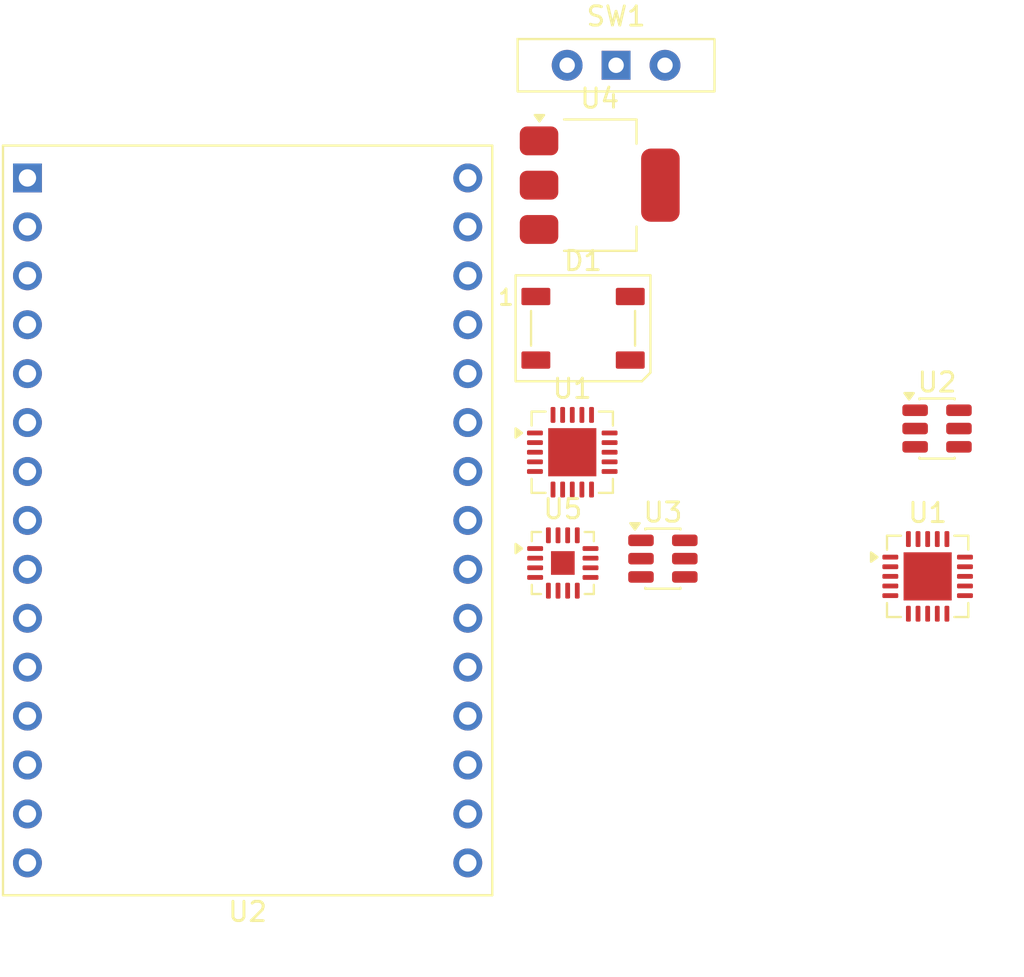
<source format=kicad_pcb>
(kicad_pcb (version 20241229) (generator "pcbnew") (generator_version "9.0")
  (layers (0 "F.Cu" signal) (2 "B.Cu" signal) (13 "F.Paste" user) (15 "B.Paste" user) (5 "F.SilkS" user "F.Silkscreen") (7 "B.SilkS" user "B.Silkscreen") (1 "F.Mask" user) (3 "B.Mask" user) (25 "Edge.Cuts" user))
  (net 0 "")
  (net 1 "/BAT+")
  (net 7 "GND")
  (net 10 "/VSYS")
  (net 12 "/VIN")
  (net 17 "Net-(U2-SW)")
  (net 18 "Net-(U2-FB)")
  (net 19 "Net-(U2-BST)")
  (net 24 "Net-(SW1-B)")
  (net 26 "VBUS")
  (net 27 "/VBAT")
  (net 28 "Net-(U1-PROG1)")
  (net 29 "Net-(C_3V3_LOCAL1-Pad1)")
  (net 37 "Net-(U2-IO7)")
  (net 42 "Net-(U2-IO9)")
  (net 58 "Net-(U5-GND-Pad11)")
  (net 63 "Net-(U5-VDD-Pad7)")
  (footprint "Package_DFN_QFN:QFN-20-1EP_4x4mm_P0.5mm_EP2.5x2.5mm" (layer "F.Cu") (at 132.375 81.125)
    (property "Reference" "U1" (at 0 -3.3 0) (layer "F.SilkS"))
    (property "Value" "MCP73871")
    (fp_line (start -2.11 -2.11) (end -1.385 -2.11) (stroke (width 0.12)) (layer "F.SilkS"))
    (fp_line (start -2.11 -1.385) (end -2.11 -2.11) (stroke (width 0.12)) (layer "F.SilkS"))
    (fp_line (start -2.11 2.11) (end -2.11 1.385) (stroke (width 0.12)) (layer "F.SilkS"))
    (fp_line (start -1.385 2.11) (end -2.11 2.11) (stroke (width 0.12)) (layer "F.SilkS"))
    (fp_line (start 1.385 -2.11) (end 2.11 -2.11) (stroke (width 0.12)) (layer "F.SilkS"))
    (fp_line (start 2.11 -2.11) (end 2.11 -1.385) (stroke (width 0.12)) (layer "F.SilkS"))
    (fp_line (start 2.11 1.385) (end 2.11 2.11) (stroke (width 0.12)) (layer "F.SilkS"))
    (fp_line (start 2.11 2.11) (end 1.385 2.11) (stroke (width 0.12)) (layer "F.SilkS"))
    (fp_poly (pts (xy -2.61 -1) (xy -2.94 -0.76) (xy -2.94 -1.24)) (stroke (width 0.12)) (fill yes) (layer "F.SilkS"))
    (pad "1" smd roundrect (at -1.9375 -1) (size 0.825 0.25) (layers "F.Cu" "F.Mask" "F.Paste") (net 10 "/VSYS"))
    (pad "2" smd roundrect (at -1.9375 -0.5) (size 0.825 0.25) (layers "F.Cu" "F.Mask" "F.Paste"))
    (pad "3" smd roundrect (at -1.9375 0) (size 0.825 0.25) (layers "F.Cu" "F.Mask" "F.Paste"))
    (pad "4" smd roundrect (at -1.9375 0.5) (size 0.825 0.25) (layers "F.Cu" "F.Mask" "F.Paste"))
    (pad "5" smd roundrect (at -1.9375 1) (size 0.825 0.25) (layers "F.Cu" "F.Mask" "F.Paste"))
    (pad "6" smd roundrect (at -1 1.9375) (size 0.25 0.825) (layers "F.Cu" "F.Mask" "F.Paste"))
    (pad "7" smd roundrect (at -0.5 1.9375) (size 0.25 0.825) (layers "F.Cu" "F.Mask" "F.Paste"))
    (pad "8" smd roundrect (at 0 1.9375) (size 0.25 0.825) (layers "F.Cu" "F.Mask" "F.Paste"))
    (pad "9" smd roundrect (at 0.5 1.9375) (size 0.25 0.825) (layers "F.Cu" "F.Mask" "F.Paste"))
    (pad "10" smd roundrect (at 1 1.9375) (size 0.25 0.825) (layers "F.Cu" "F.Mask" "F.Paste") (net 7 "GND"))
    (pad "11" smd roundrect (at 1.9375 1) (size 0.825 0.25) (layers "F.Cu" "F.Mask" "F.Paste") (net 7 "GND"))
    (pad "12" smd roundrect (at 1.9375 0.5) (size 0.825 0.25) (layers "F.Cu" "F.Mask" "F.Paste"))
    (pad "13" smd roundrect (at 1.9375 0) (size 0.825 0.25) (layers "F.Cu" "F.Mask" "F.Paste"))
    (pad "14" smd roundrect (at 1.9375 -0.5) (size 0.825 0.25) (layers "F.Cu" "F.Mask" "F.Paste") (net 1 "/BAT+"))
    (pad "15" smd roundrect (at 1.9375 -1) (size 0.825 0.25) (layers "F.Cu" "F.Mask" "F.Paste") (net 1 "/BAT+"))
    (pad "16" smd roundrect (at 1 -1.9375) (size 0.25 0.825) (layers "F.Cu" "F.Mask" "F.Paste"))
    (pad "17" smd roundrect (at 0.5 -1.9375) (size 0.25 0.825) (layers "F.Cu" "F.Mask" "F.Paste"))
    (pad "18" smd roundrect (at 0 -1.9375) (size 0.25 0.825) (layers "F.Cu" "F.Mask" "F.Paste") (net 12 "/VIN"))
    (pad "19" smd roundrect (at -0.5 -1.9375) (size 0.25 0.825) (layers "F.Cu" "F.Mask" "F.Paste") (net 12 "/VIN"))
    (pad "20" smd roundrect (at -1 -1.9375) (size 0.25 0.825) (layers "F.Cu" "F.Mask" "F.Paste") (net 10 "/VSYS"))
    (pad "21" smd rect (at 0 0) (size 2.5 2.5) (property pad_prop_heatsink) (layers "F.Cu" "F.Mask") (net 7 "GND"))
  )
  (footprint "Package_TO_SOT_SMD:TSOT-23-6" (layer "F.Cu") (at 118.63 80.205)
    (property "Reference" "U3" (at 0 -2.4 0) (layer "F.SilkS"))
    (property "Value" "AP63203WU")
    (fp_line (start -0.91 -1.56) (end 0.91 -1.56) (stroke (width 0.12)) (layer "F.SilkS"))
    (fp_line (start -0.91 -1.51) (end -0.91 -1.56) (stroke (width 0.12)) (layer "F.SilkS"))
    (fp_line (start -0.91 1.56) (end -0.91 1.51) (stroke (width 0.12)) (layer "F.SilkS"))
    (fp_line (start 0.91 -1.56) (end 0.91 -1.51) (stroke (width 0.12)) (layer "F.SilkS"))
    (fp_line (start 0.91 1.51) (end 0.91 1.56) (stroke (width 0.12)) (layer "F.SilkS"))
    (fp_line (start 0.91 1.56) (end -0.91 1.56) (stroke (width 0.12)) (layer "F.SilkS"))
    (fp_poly (pts (xy -1.45 -1.51) (xy -1.69 -1.84) (xy -1.21 -1.84)) (stroke (width 0.12)) (fill yes) (layer "F.SilkS"))
    (pad "1" smd roundrect (at -1.1375 -0.95) (size 1.325 0.6) (layers "F.Cu" "F.Mask" "F.Paste"))
    (pad "2" smd roundrect (at -1.1375 0) (size 1.325 0.6) (layers "F.Cu" "F.Mask" "F.Paste"))
    (pad "3" smd roundrect (at -1.1375 0.95) (size 1.325 0.6) (layers "F.Cu" "F.Mask" "F.Paste"))
    (pad "4" smd roundrect (at 1.1375 0.95) (size 1.325 0.6) (layers "F.Cu" "F.Mask" "F.Paste"))
    (pad "5" smd roundrect (at 1.1375 0) (size 1.325 0.6) (layers "F.Cu" "F.Mask" "F.Paste"))
    (pad "6" smd roundrect (at 1.1375 -0.95) (size 1.325 0.6) (layers "F.Cu" "F.Mask" "F.Paste"))
  )
  (footprint "Button_Switch_THT:SW_Slide-03_Wuerth-WS-SLTV_10x2.5x6.4_P2.54mm" (layer "F.Cu") (at 116.2 54.59)
    (property "Reference" "SW1" (at 0 -2.54 0) (layer "F.SilkS"))
    (property "Value" "Power")
    (fp_rect (start -5.11 -1.36) (end 5.11 1.36) (stroke (width 0.12)) (fill no) (layer "F.SilkS"))
    (pad "1" thru_hole rect (at 0 0) (size 1.5 1.5) (drill 0.8) (layers "*.Cu" "*.Mask") (net 24 "Net-(SW1-B)"))
    (pad "2" thru_hole circle (at -2.54 0) (size 1.6 1.6) (drill 0.8) (layers "*.Cu" "*.Mask") (net 10 "/VSYS"))
    (pad "3" thru_hole circle (at 2.54 0) (size 1.6 1.6) (drill 0.8) (layers "*.Cu" "*.Mask"))
  )
  (footprint "Package_TO_SOT_SMD:SOT-223-3_TabPin2" (layer "F.Cu") (at 115.35 60.815)
    (property "Reference" "U4" (at 0 -4.5 0) (layer "F.SilkS"))
    (property "Value" "AMS1117-3.3")
    (fp_line (start -1.85 -3.41) (end 1.91 -3.41) (stroke (width 0.12)) (layer "F.SilkS"))
    (fp_line (start -1.85 3.41) (end 1.91 3.41) (stroke (width 0.12)) (layer "F.SilkS"))
    (fp_line (start 1.91 -3.41) (end 1.91 -2.15) (stroke (width 0.12)) (layer "F.SilkS"))
    (fp_line (start 1.91 3.41) (end 1.91 2.15) (stroke (width 0.12)) (layer "F.SilkS"))
    (fp_poly (pts (xy -3.13 -3.31) (xy -3.37 -3.64) (xy -2.89 -3.64) (xy -3.13 -3.31)) (stroke (width 0.12)) (fill yes) (layer "F.SilkS"))
    (pad "1" smd roundrect (at -3.15 -2.3) (size 2 1.5) (layers "F.Cu" "F.Mask" "F.Paste"))
    (pad "2" smd roundrect (at -3.15 0) (size 2 1.5) (layers "F.Cu" "F.Mask" "F.Paste"))
    (pad "2" smd roundrect (at 3.15 0) (size 2 3.8) (layers "F.Cu" "F.Mask" "F.Paste"))
    (pad "3" smd roundrect (at -3.15 2.3) (size 2 1.5) (layers "F.Cu" "F.Mask" "F.Paste"))
  )
  (footprint "Package_TO_SOT_SMD:TSOT-23-6" (layer "F.Cu") (at 132.8625 73.45)
    (property "Reference" "U2" (at 0 -2.4 0) (layer "F.SilkS"))
    (property "Value" "AP63203WU")
    (fp_line (start -0.91 -1.56) (end 0.91 -1.56) (stroke (width 0.12)) (layer "F.SilkS"))
    (fp_line (start -0.91 -1.51) (end -0.91 -1.56) (stroke (width 0.12)) (layer "F.SilkS"))
    (fp_line (start -0.91 1.56) (end -0.91 1.51) (stroke (width 0.12)) (layer "F.SilkS"))
    (fp_line (start 0.91 -1.56) (end 0.91 -1.51) (stroke (width 0.12)) (layer "F.SilkS"))
    (fp_line (start 0.91 1.51) (end 0.91 1.56) (stroke (width 0.12)) (layer "F.SilkS"))
    (fp_line (start 0.91 1.56) (end -0.91 1.56) (stroke (width 0.12)) (layer "F.SilkS"))
    (fp_poly (pts (xy -1.45 -1.51) (xy -1.69 -1.84) (xy -1.21 -1.84)) (stroke (width 0.12)) (fill yes) (layer "F.SilkS"))
    (pad "1" smd roundrect (at -1.1375 -0.95) (size 1.325 0.6) (layers "F.Cu" "F.Mask" "F.Paste") (net 18 "Net-(U2-FB)"))
    (pad "2" smd roundrect (at -1.1375 0) (size 1.325 0.6) (layers "F.Cu" "F.Mask" "F.Paste") (net 10 "/VSYS"))
    (pad "3" smd roundrect (at -1.1375 0.95) (size 1.325 0.6) (layers "F.Cu" "F.Mask" "F.Paste") (net 10 "/VSYS"))
    (pad "4" smd roundrect (at 1.1375 0.95) (size 1.325 0.6) (layers "F.Cu" "F.Mask" "F.Paste") (net 7 "GND"))
    (pad "5" smd roundrect (at 1.1375 0) (size 1.325 0.6) (layers "F.Cu" "F.Mask" "F.Paste") (net 17 "Net-(U2-SW)"))
    (pad "6" smd roundrect (at 1.1375 -0.95) (size 1.325 0.6) (layers "F.Cu" "F.Mask" "F.Paste") (net 19 "Net-(U2-BST)"))
  )
  (footprint "Package_DFN_QFN:TQFN-16-1EP_3x3mm_P0.5mm_EP1.23x1.23mm" (layer "F.Cu") (at 113.435 80.43)
    (property "Reference" "U5" (at 0 -2.8 0) (layer "F.SilkS"))
    (property "Value" "MAX98357A")
    (fp_line (start -1.61 -1.61) (end -1.135 -1.61) (stroke (width 0.12)) (layer "F.SilkS"))
    (fp_line (start -1.61 -1.135) (end -1.61 -1.61) (stroke (width 0.12)) (layer "F.SilkS"))
    (fp_line (start -1.61 1.61) (end -1.61 1.135) (stroke (width 0.12)) (layer "F.SilkS"))
    (fp_line (start -1.135 1.61) (end -1.61 1.61) (stroke (width 0.12)) (layer "F.SilkS"))
    (fp_line (start 1.135 -1.61) (end 1.61 -1.61) (stroke (width 0.12)) (layer "F.SilkS"))
    (fp_line (start 1.61 -1.61) (end 1.61 -1.135) (stroke (width 0.12)) (layer "F.SilkS"))
    (fp_line (start 1.61 1.135) (end 1.61 1.61) (stroke (width 0.12)) (layer "F.SilkS"))
    (fp_line (start 1.61 1.61) (end 1.135 1.61) (stroke (width 0.12)) (layer "F.SilkS"))
    (fp_poly (pts (xy -2.12 -0.75) (xy -2.45 -0.51) (xy -2.45 -0.99)) (stroke (width 0.12)) (fill yes) (layer "F.SilkS"))
    (pad "1" smd roundrect (at -1.4375 -0.75) (size 0.825 0.25) (layers "F.Cu" "F.Mask" "F.Paste"))
    (pad "2" smd roundrect (at -1.4375 -0.25) (size 0.825 0.25) (layers "F.Cu" "F.Mask" "F.Paste"))
    (pad "3" smd roundrect (at -1.4375 0.25) (size 0.825 0.25) (layers "F.Cu" "F.Mask" "F.Paste") (net 58 "Net-(U5-GND-Pad11)"))
    (pad "4" smd roundrect (at -1.4375 0.75) (size 0.825 0.25) (layers "F.Cu" "F.Mask" "F.Paste"))
    (pad "5" smd roundrect (at -0.75 1.4375) (size 0.25 0.825) (layers "F.Cu" "F.Mask" "F.Paste"))
    (pad "6" smd roundrect (at -0.25 1.4375) (size 0.25 0.825) (layers "F.Cu" "F.Mask" "F.Paste"))
    (pad "7" smd roundrect (at 0.25 1.4375) (size 0.25 0.825) (layers "F.Cu" "F.Mask" "F.Paste") (net 63 "Net-(U5-VDD-Pad7)"))
    (pad "8" smd roundrect (at 0.75 1.4375) (size 0.25 0.825) (layers "F.Cu" "F.Mask" "F.Paste") (net 63 "Net-(U5-VDD-Pad7)"))
    (pad "9" smd roundrect (at 1.4375 0.75) (size 0.825 0.25) (layers "F.Cu" "F.Mask" "F.Paste"))
    (pad "10" smd roundrect (at 1.4375 0.25) (size 0.825 0.25) (layers "F.Cu" "F.Mask" "F.Paste"))
    (pad "11" smd roundrect (at 1.4375 -0.25) (size 0.825 0.25) (layers "F.Cu" "F.Mask" "F.Paste") (net 58 "Net-(U5-GND-Pad11)"))
    (pad "12" smd roundrect (at 1.4375 -0.75) (size 0.825 0.25) (layers "F.Cu" "F.Mask" "F.Paste"))
    (pad "13" smd roundrect (at 0.75 -1.4375) (size 0.25 0.825) (layers "F.Cu" "F.Mask" "F.Paste"))
    (pad "14" smd roundrect (at 0.25 -1.4375) (size 0.25 0.825) (layers "F.Cu" "F.Mask" "F.Paste"))
    (pad "15" smd roundrect (at -0.25 -1.4375) (size 0.25 0.825) (layers "F.Cu" "F.Mask" "F.Paste") (net 58 "Net-(U5-GND-Pad11)"))
    (pad "16" smd roundrect (at -0.75 -1.4375) (size 0.25 0.825) (layers "F.Cu" "F.Mask" "F.Paste"))
    (pad "17" smd rect (at 0 0) (size 1.23 1.23) (property pad_prop_heatsink) (layers "F.Cu" "F.Mask"))
  )
  (footprint "LED_SMD:LED_WS2812B_PLCC4_5.0x5.0mm_P3.2mm" (layer "F.Cu") (at 114.485 68.245)
    (property "Reference" "D1" (at 0 -3.5 0) (layer "F.SilkS"))
    (property "Value" "WS2812B")
    (fp_line (start -3.5 -2.75) (end -3.5 2.75) (stroke (width 0.12)) (layer "F.SilkS"))
    (fp_line (start -3.5 -2.75) (end 3.5 -2.75) (stroke (width 0.12)) (layer "F.SilkS"))
    (fp_line (start -3.5 2.75) (end 3.05 2.75) (stroke (width 0.12)) (layer "F.SilkS"))
    (fp_line (start -2.7 0.9) (end -2.7 -0.9) (stroke (width 0.12)) (layer "F.SilkS"))
    (fp_line (start 2.7 0.9) (end 2.7 -0.9) (stroke (width 0.12)) (layer "F.SilkS"))
    (fp_line (start 3.05 2.75) (end 3.5 2.3) (stroke (width 0.12)) (layer "F.SilkS"))
    (fp_line (start 3.5 2.3) (end 3.5 -2.75) (stroke (width 0.12)) (layer "F.SilkS"))
    (fp_text user "1" (at -4 -1.6 0) (layer "F.SilkS") (effects (font (size 0.8 0.8))))
    (pad "1" smd roundrect (at -2.45 -1.65) (size 1.5 0.9) (layers "F.Cu" "F.Mask" "F.Paste") (roundrect_rratio 0.1))
    (pad "2" smd roundrect (at -2.45 1.65) (size 1.5 0.9) (layers "F.Cu" "F.Mask" "F.Paste") (roundrect_rratio 0.1))
    (pad "3" smd roundrect (at 2.45 1.65) (size 1.5 0.9) (layers "F.Cu" "F.Mask" "F.Paste") (roundrect_rratio 0.1))
    (pad "4" smd roundrect (at 2.45 -1.65) (size 1.5 0.9) (layers "F.Cu" "F.Mask" "F.Paste") (roundrect_rratio 0.1))
  )
  (footprint "RF_Module:ESP32-C3-DevKitM-1" (layer "F.Cu") (at 85.64 60.44)
    (property "Reference" "U2" (at 11.43 38.1 0) (layer "F.SilkS"))
    (property "Value" "ESP32-C3-DevKitM-1")
    (fp_line (start -1.27 -1.68) (end 24.13 -1.68) (stroke (width 0.12)) (layer "F.SilkS"))
    (fp_line (start -1.27 37.24) (end -1.27 -1.68) (stroke (width 0.12)) (layer "F.SilkS"))
    (fp_line (start 24.13 -1.68) (end 24.13 37.24) (stroke (width 0.12)) (layer "F.SilkS"))
    (fp_line (start 24.13 37.24) (end -1.27 37.24) (stroke (width 0.12)) (layer "F.SilkS"))
    (pad "1" thru_hole rect (at 0 0) (size 1.5 1.5) (drill 0.9) (layers "*.Cu" "*.Mask") (net 7 "GND"))
    (pad "2" thru_hole circle (at 0 2.54) (size 1.5 1.5) (drill 0.9) (layers "*.Cu" "*.Mask") (net 29 "Net-(C_3V3_LOCAL1-Pad1)"))
    (pad "3" thru_hole circle (at 0 5.08) (size 1.5 1.5) (drill 0.9) (layers "*.Cu" "*.Mask") (net 29 "Net-(C_3V3_LOCAL1-Pad1)"))
    (pad "4" thru_hole circle (at 0 7.62) (size 1.5 1.5) (drill 0.9) (layers "*.Cu" "*.Mask"))
    (pad "5" thru_hole circle (at 0 10.16) (size 1.5 1.5) (drill 0.9) (layers "*.Cu" "*.Mask"))
    (pad "6" thru_hole circle (at 0 12.7) (size 1.5 1.5) (drill 0.9) (layers "*.Cu" "*.Mask") (net 7 "GND"))
    (pad "7" thru_hole circle (at 0 15.24) (size 1.5 1.5) (drill 0.9) (layers "*.Cu" "*.Mask"))
    (pad "8" thru_hole circle (at 0 17.78) (size 1.5 1.5) (drill 0.9) (layers "*.Cu" "*.Mask") (net 7 "GND"))
    (pad "9" thru_hole circle (at 0 20.32) (size 1.5 1.5) (drill 0.9) (layers "*.Cu" "*.Mask"))
    (pad "10" thru_hole circle (at 0 22.86) (size 1.5 1.5) (drill 0.9) (layers "*.Cu" "*.Mask"))
    (pad "11" thru_hole circle (at 0 25.4) (size 1.5 1.5) (drill 0.9) (layers "*.Cu" "*.Mask"))
    (pad "12" thru_hole circle (at 0 27.94) (size 1.5 1.5) (drill 0.9) (layers "*.Cu" "*.Mask") (net 7 "GND"))
    (pad "13" thru_hole circle (at 0 30.48) (size 1.5 1.5) (drill 0.9) (layers "*.Cu" "*.Mask") (net 10 "/VSYS"))
    (pad "14" thru_hole circle (at 0 33.02) (size 1.5 1.5) (drill 0.9) (layers "*.Cu" "*.Mask") (net 10 "/VSYS"))
    (pad "15" thru_hole circle (at 0 35.56) (size 1.5 1.5) (drill 0.9) (layers "*.Cu" "*.Mask") (net 7 "GND"))
    (pad "16" thru_hole circle (at 22.86 35.56) (size 1.5 1.5) (drill 0.9) (layers "*.Cu" "*.Mask") (net 7 "GND"))
    (pad "17" thru_hole circle (at 22.86 33.02) (size 1.5 1.5) (drill 0.9) (layers "*.Cu" "*.Mask"))
    (pad "18" thru_hole circle (at 22.86 30.48) (size 1.5 1.5) (drill 0.9) (layers "*.Cu" "*.Mask"))
    (pad "19" thru_hole circle (at 22.86 27.94) (size 1.5 1.5) (drill 0.9) (layers "*.Cu" "*.Mask") (net 7 "GND"))
    (pad "20" thru_hole circle (at 22.86 25.4) (size 1.5 1.5) (drill 0.9) (layers "*.Cu" "*.Mask"))
    (pad "21" thru_hole circle (at 22.86 22.86) (size 1.5 1.5) (drill 0.9) (layers "*.Cu" "*.Mask"))
    (pad "22" thru_hole circle (at 22.86 20.32) (size 1.5 1.5) (drill 0.9) (layers "*.Cu" "*.Mask"))
    (pad "23" thru_hole circle (at 22.86 17.78) (size 1.5 1.5) (drill 0.9) (layers "*.Cu" "*.Mask") (net 37 "Net-(U2-IO7)"))
    (pad "24" thru_hole circle (at 22.86 15.24) (size 1.5 1.5) (drill 0.9) (layers "*.Cu" "*.Mask") (net 7 "GND"))
    (pad "25" thru_hole circle (at 22.86 12.7) (size 1.5 1.5) (drill 0.9) (layers "*.Cu" "*.Mask"))
    (pad "26" thru_hole circle (at 22.86 10.16) (size 1.5 1.5) (drill 0.9) (layers "*.Cu" "*.Mask") (net 42 "Net-(U2-IO9)"))
    (pad "27" thru_hole circle (at 22.86 7.62) (size 1.5 1.5) (drill 0.9) (layers "*.Cu" "*.Mask") (net 7 "GND"))
    (pad "28" thru_hole circle (at 22.86 5.08) (size 1.5 1.5) (drill 0.9) (layers "*.Cu" "*.Mask"))
    (pad "29" thru_hole circle (at 22.86 2.54) (size 1.5 1.5) (drill 0.9) (layers "*.Cu" "*.Mask"))
    (pad "30" thru_hole circle (at 22.86 0) (size 1.5 1.5) (drill 0.9) (layers "*.Cu" "*.Mask") (net 7 "GND"))
  )
  (footprint "Package_DFN_QFN:QFN-20-1EP_4x4mm_P0.5mm_EP2.5x2.5mm" (layer "F.Cu") (at 113.925 74.68)
    (property "Reference" "U1" (at 0 -3.3 0) (layer "F.SilkS"))
    (property "Value" "MCP73871")
    (fp_line (start -2.11 -2.11) (end -1.385 -2.11) (stroke (width 0.12)) (layer "F.SilkS"))
    (fp_line (start -2.11 -1.385) (end -2.11 -2.11) (stroke (width 0.12)) (layer "F.SilkS"))
    (fp_line (start -2.11 2.11) (end -2.11 1.385) (stroke (width 0.12)) (layer "F.SilkS"))
    (fp_line (start -1.385 2.11) (end -2.11 2.11) (stroke (width 0.12)) (layer "F.SilkS"))
    (fp_line (start 1.385 -2.11) (end 2.11 -2.11) (stroke (width 0.12)) (layer "F.SilkS"))
    (fp_line (start 2.11 -2.11) (end 2.11 -1.385) (stroke (width 0.12)) (layer "F.SilkS"))
    (fp_line (start 2.11 1.385) (end 2.11 2.11) (stroke (width 0.12)) (layer "F.SilkS"))
    (fp_line (start 2.11 2.11) (end 1.385 2.11) (stroke (width 0.12)) (layer "F.SilkS"))
    (fp_poly (pts (xy -2.61 -1) (xy -2.94 -0.76) (xy -2.94 -1.24)) (stroke (width 0.12)) (fill yes) (layer "F.SilkS"))
    (pad "1" smd roundrect (at -1.9375 -1) (size 0.825 0.25) (layers "F.Cu" "F.Mask" "F.Paste") (net 24 "Net-(SW1-B)"))
    (pad "2" smd roundrect (at -1.9375 -0.5) (size 0.825 0.25) (layers "F.Cu" "F.Mask" "F.Paste"))
    (pad "3" smd roundrect (at -1.9375 0) (size 0.825 0.25) (layers "F.Cu" "F.Mask" "F.Paste"))
    (pad "4" smd roundrect (at -1.9375 0.5) (size 0.825 0.25) (layers "F.Cu" "F.Mask" "F.Paste"))
    (pad "5" smd roundrect (at -1.9375 1) (size 0.825 0.25) (layers "F.Cu" "F.Mask" "F.Paste") (net 7 "GND"))
    (pad "6" smd roundrect (at -1 1.9375) (size 0.25 0.825) (layers "F.Cu" "F.Mask" "F.Paste"))
    (pad "7" smd roundrect (at -0.5 1.9375) (size 0.25 0.825) (layers "F.Cu" "F.Mask" "F.Paste"))
    (pad "8" smd roundrect (at 0 1.9375) (size 0.25 0.825) (layers "F.Cu" "F.Mask" "F.Paste"))
    (pad "9" smd roundrect (at 0.5 1.9375) (size 0.25 0.825) (layers "F.Cu" "F.Mask" "F.Paste") (net 7 "GND"))
    (pad "10" smd roundrect (at 1 1.9375) (size 0.25 0.825) (layers "F.Cu" "F.Mask" "F.Paste") (net 7 "GND"))
    (pad "11" smd roundrect (at 1.9375 1) (size 0.825 0.25) (layers "F.Cu" "F.Mask" "F.Paste") (net 7 "GND"))
    (pad "12" smd roundrect (at 1.9375 0.5) (size 0.825 0.25) (layers "F.Cu" "F.Mask" "F.Paste"))
    (pad "13" smd roundrect (at 1.9375 0) (size 0.825 0.25) (layers "F.Cu" "F.Mask" "F.Paste") (net 28 "Net-(U1-PROG1)"))
    (pad "14" smd roundrect (at 1.9375 -0.5) (size 0.825 0.25) (layers "F.Cu" "F.Mask" "F.Paste") (net 27 "/VBAT"))
    (pad "15" smd roundrect (at 1.9375 -1) (size 0.825 0.25) (layers "F.Cu" "F.Mask" "F.Paste") (net 27 "/VBAT"))
    (pad "16" smd roundrect (at 1 -1.9375) (size 0.25 0.825) (layers "F.Cu" "F.Mask" "F.Paste") (net 27 "/VBAT"))
    (pad "17" smd roundrect (at 0.5 -1.9375) (size 0.25 0.825) (layers "F.Cu" "F.Mask" "F.Paste") (net 26 "VBUS"))
    (pad "18" smd roundrect (at 0 -1.9375) (size 0.25 0.825) (layers "F.Cu" "F.Mask" "F.Paste") (net 26 "VBUS"))
    (pad "19" smd roundrect (at -0.5 -1.9375) (size 0.25 0.825) (layers "F.Cu" "F.Mask" "F.Paste") (net 26 "VBUS"))
    (pad "20" smd roundrect (at -1 -1.9375) (size 0.25 0.825) (layers "F.Cu" "F.Mask" "F.Paste") (net 24 "Net-(SW1-B)"))
    (pad "21" smd rect (at 0 0) (size 2.5 2.5) (property pad_prop_heatsink) (layers "F.Cu" "F.Mask") (net 7 "GND"))
  )
)
</source>
